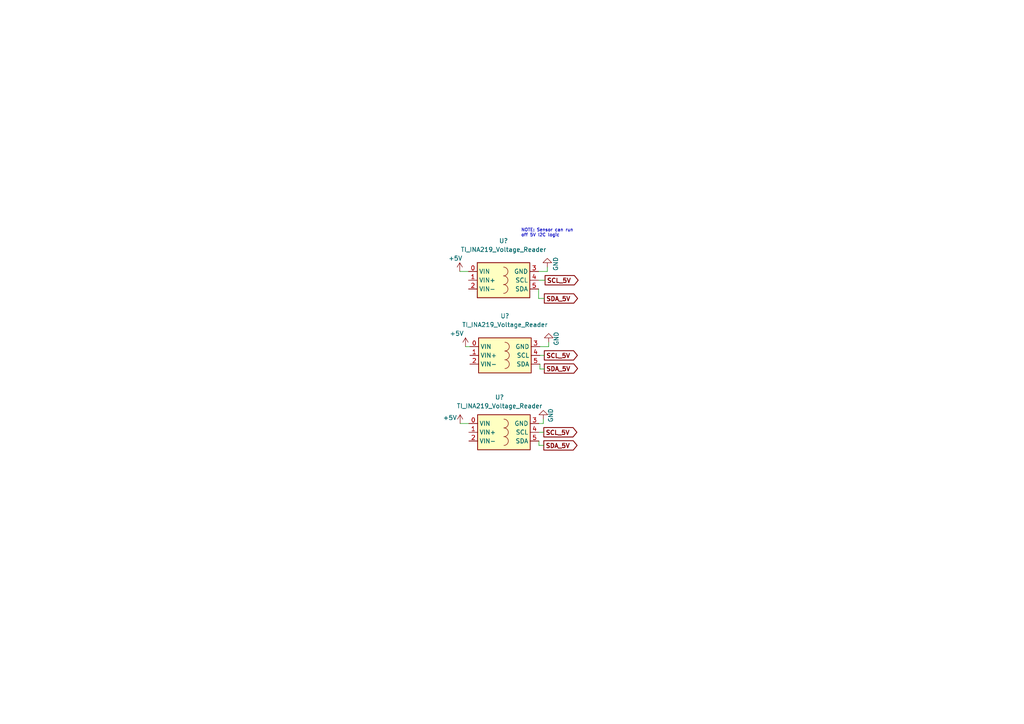
<source format=kicad_sch>
(kicad_sch (version 20211123) (generator eeschema)
  (paper "A4")
  (lib_symbols
    (symbol "Sensor_Voltage:TI_INA219_Voltage_Reader"
      (property "Reference" "U" (at 0 -2.54 0))
      (property "Value" "TI_INA219_Voltage_Reader" (at 0 0 0))
      (symbol "TI_INA219_Voltage_Reader_0_1"
        (arc (start 0 -13.97) (mid 1.27 -12.7) (end 0 -11.43))
        (arc (start 0 -11.43) (mid 1.27 -10.16) (end 0 -8.89))
        (arc (start 0 -8.89) (mid 1.27 -7.62) (end 0 -6.35))
        (rectangle (start 7.62 -15.24) (end -7.62 -5.08) (stroke (width 0.254)) (fill (type background)))
      )
      (symbol "TI_INA219_Voltage_Reader_1_1"
        (pin input line (at -10.16 -7.62 0) (length 2.54) (name "VIN") (number "0"))
        (pin input line (at -10.16 -10.16 0) (length 2.54) (name "VIN+") (number "1"))
        (pin input line (at -10.16 -12.7 0) (length 2.54) (name "VIN-") (number "2"))
        (pin input line (at 10.16 -7.62 180) (length 2.54) (name "GND") (number "3"))
        (pin input line (at 10.16 -10.16 180) (length 2.54) (name "SCL") (number "4"))
        (pin input line (at 10.16 -12.7 180) (length 2.54) (name "SDA") (number "5"))
      )
    )
    (symbol "power:+5V" (power) (pin_names (offset 0))
      (property "Value" "+5V" (at 0 3.556 0))
      (symbol "+5V_0_1"
        (polyline (pts (xy -0.762 1.27) (xy 0 2.54)))
        (polyline (pts (xy 0 0) (xy 0 2.54)))
        (polyline (pts (xy 0 2.54) (xy 0.762 1.27)))
      )
      (symbol "+5V_1_1"
        (pin power_in line (at 0 0 90) (length 0) hide (name "+5V") (number "1"))
      )
    )
    (symbol "power:GND" (power) (pin_names (offset 0))
      (property "Value" "GND" (at 0 -3.81 0))
      (symbol "GND_0_1"
        (polyline (pts (xy 0 0) (xy 0 -1.27) (xy 1.27 -1.27) (xy 0 -2.54) (xy -1.27 -1.27) (xy 0 -1.27)))
      )
      (symbol "GND_1_1"
        (pin power_in line (at 0 0 270) (length 0) hide (name "GND") (number "1"))
      )
    )
  )
  (wire (pts (xy 158.75 78.74) (xy 158.75 77.47)))
  (wire (pts (xy 156.604 103.0793) (xy 157.874 103.0793)))
  (wire (pts (xy 156.21 81.28) (xy 158.0969 81.28)))
  (wire (pts (xy 156.21 78.74) (xy 158.75 78.74)))
  (wire (pts (xy 133.4558 122.8381) (xy 135.9958 122.8381)))
  (wire (pts (xy 156.21 83.82) (xy 156.21 86.5693)))
  (wire (pts (xy 135.014 100.5393) (xy 136.284 100.5393)))
  (wire (pts (xy 157.874 107.0236) (xy 157.874 106.8893)))
  (wire (pts (xy 156.604 100.5393) (xy 159.144 100.5393)))
  (wire (pts (xy 156.3158 129.1881) (xy 157.721 129.1881)))
  (wire (pts (xy 133.35 78.74) (xy 135.89 78.74)))
  (wire (pts (xy 157.5858 122.8381) (xy 157.5858 121.5681)))
  (wire (pts (xy 156.21 86.5693) (xy 157.874 86.5693)))
  (wire (pts (xy 156.3158 125.3781) (xy 157.721 125.3781)))
  (wire (pts (xy 156.604 107.0236) (xy 157.874 107.0236)))
  (wire (pts (xy 156.3158 127.9181) (xy 156.3158 129.1881)))
  (wire (pts (xy 159.144 100.5393) (xy 159.144 99.2693)))
  (wire (pts (xy 156.604 105.6193) (xy 156.604 107.0236)))
  (wire (pts (xy 156.3158 122.8381) (xy 157.5858 122.8381)))
  (text "NOTE: Sensor can run \noff 5V I2C logic" (at 151.1246 68.8424 0) (effects (font (size 0.9 0.9)) (justify left bottom)))
  (global_label "SCL_5V" (shape output) (at 157.874 103.0793 0) (effects (font bold)) (property "Intersheet References" "${INTERSHEET_REFS}" (effects hide)))
  (global_label "SCL_5V" (shape output) (at 158.0969 81.28 0) (effects (font bold)) (property "Intersheet References" "${INTERSHEET_REFS}" (effects hide)))
  (global_label "SCL_5V" (shape output) (at 157.721 125.3781 0) (effects (font bold)) (property "Intersheet References" "${INTERSHEET_REFS}" (effects hide)))
  (global_label "SDA_5V" (shape output) (at 157.874 106.8893 0) (effects (font bold)) (property "Intersheet References" "${INTERSHEET_REFS}" (effects hide)))
  (global_label "SDA_5V" (shape output) (at 157.874 86.5693 0) (effects (font bold)) (property "Intersheet References" "${INTERSHEET_REFS}" (effects hide)))
  (global_label "SDA_5V" (shape output) (at 157.721 129.1881 0) (effects (font bold)) (property "Intersheet References" "${INTERSHEET_REFS}" (effects hide)))
  (symbol (lib_id "power:+5V") (at 135.014 100.5393 0) (unit 1)
    (property "Reference" "#PWR?" (effects hide))
    (property "Value" "+5V" (at 132.474 96.7293 0))
  )
  (symbol (lib_id "power:GND") (at 157.5858 121.5681 180) (unit 1)
    (property "Reference" "#PWR?" (effects hide))
    (property "Value" "GND" (at 159.7322 122.5289 90) (effects (justify right)))
  )
  (symbol (lib_id "power:+5V") (at 133.4558 122.8381 0) (unit 1)
    (property "Reference" "#PWR?" (effects hide))
    (property "Value" "+5V" (at 130.5032 121.1682 0))
  )
  (symbol (lib_id "Sensor_Voltage:TI_INA219_Voltage_Reader") (at 146.05 71.12 0) (unit 1)
    (property "Reference" "U?" (at 146.05 69.85 0))
    (property "Value" "TI_INA219_Voltage_Reader" (at 146.05 72.39 0))
    (property "Datasheet" "https://www.adafruit.com/product/904" (effects hide))
  )
  (symbol (lib_id "power:+5V") (at 133.35 78.74 0) (unit 1)
    (property "Reference" "#PWR?" (effects hide))
    (property "Value" "+5V" (at 132.08 74.93 0))
  )
  (symbol (lib_id "power:GND") (at 158.75 77.47 180) (unit 1)
    (property "Reference" "#PWR?" (effects hide))
    (property "Value" "GND" (at 161.1825 78.5973 90) (effects (justify right)))
  )
  (symbol (lib_id "power:GND") (at 159.144 99.2693 180) (unit 1)
    (property "Reference" "#PWR?" (effects hide))
    (property "Value" "GND" (at 161.3619 100.2687 90) (effects (justify right)))
  )
  (symbol (lib_id "Sensor_Voltage:TI_INA219_Voltage_Reader") (at 146.1558 115.2181 0) (unit 1)
    (property "Reference" "U?" (at 144.8858 115.2181 0))
    (property "Value" "TI_INA219_Voltage_Reader" (at 144.8858 117.7581 0))
    (property "Datasheet" "https://www.adafruit.com/product/904" (effects hide))
  )
  (symbol (lib_id "Sensor_Voltage:TI_INA219_Voltage_Reader") (at 146.444 92.9193 0) (unit 1)
    (property "Reference" "U?" (at 146.444 91.6493 0))
    (property "Value" "TI_INA219_Voltage_Reader" (at 146.444 94.1893 0))
    (property "Datasheet" "https://www.adafruit.com/product/904" (effects hide))
  )
)
</source>
